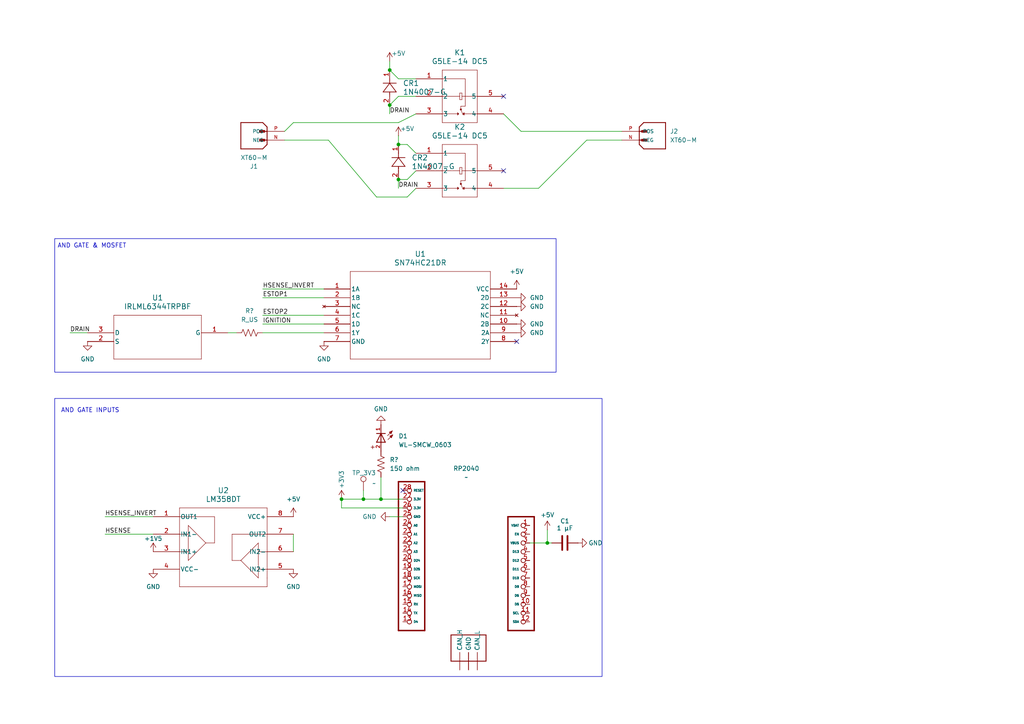
<source format=kicad_sch>
(kicad_sch (version 20231120) (generator "eeschema") (generator_version "8.0")
  (paper "A4")
  (title_block (title "Safety board"))
  (lib_symbols
    (symbol "Connector:TestPoint" (pin_numbers hide) (pin_names (offset 0.762) hide)
      (property "Reference" "TP" (at 0 6.858 0))
      (property "Value" "TestPoint" (at 0 5.08 0))
      (symbol "TestPoint_0_1"
        (circle (center 0 3.302) (radius 0.762))
      )
      (symbol "TestPoint_1_1"
        (pin passive line (at 0 0 90) (length 2.54) (name "1") (number "1"))
      )
    )
    (symbol "Device:C" (pin_numbers hide) (pin_names (offset 0.254))
      (property "Reference" "C" (at 0.635 2.54 0))
      (property "Value" "C" (at 0.635 -2.54 0))
      (symbol "C_0_1"
        (polyline (pts (xy -2.032 -0.762) (xy 2.032 -0.762)) (stroke (width 0.508)))
        (polyline (pts (xy -2.032 0.762) (xy 2.032 0.762)) (stroke (width 0.508)))
      )
      (symbol "C_1_1"
        (pin passive line (at 0 3.81 270) (length 2.794) (name "~") (number "1"))
        (pin passive line (at 0 -3.81 90) (length 2.794) (name "~") (number "2"))
      )
    )
    (symbol "Device:R_US" (pin_numbers hide) (pin_names (offset 0))
      (property "Reference" "R" (at 2.54 0 90))
      (property "Value" "R_US" (at -2.54 0 90))
      (symbol "R_US_0_1"
        (polyline (pts (xy 0 -2.286) (xy 0 -2.54)))
        (polyline (pts (xy 0 2.286) (xy 0 2.54)))
        (polyline (pts (xy 0 -0.762) (xy 1.016 -1.143) (xy 0 -1.524) (xy -1.016 -1.905) (xy 0 -2.286)))
        (polyline (pts (xy 0 0.762) (xy 1.016 0.381) (xy 0 0) (xy -1.016 -0.381) (xy 0 -0.762)))
        (polyline (pts (xy 0 2.286) (xy 1.016 1.905) (xy 0 1.524) (xy -1.016 1.143) (xy 0 0.762)))
      )
      (symbol "R_US_1_1"
        (pin passive line (at 0 3.81 270) (length 1.27) (name "~") (number "1"))
        (pin passive line (at 0 -3.81 90) (length 1.27) (name "~") (number "2"))
      )
    )
    (symbol "SMV_Custom:1N4007-G" (pin_names (offset 0.254))
      (property "Reference" "CR" (at 5.08 4.445 0))
      (property "Value" "1N4007-G" (at 5.08 -3.81 0))
      (symbol "1N4007-G_1_1"
        (polyline (pts (xy 2.54 0) (xy 3.4798 0)) (stroke (width 0.2032)))
        (polyline (pts (xy 3.175 0) (xy 3.81 0)) (stroke (width 0.2032)))
        (polyline (pts (xy 3.81 -1.905) (xy 6.35 0)) (stroke (width 0.2032)))
        (polyline (pts (xy 3.81 1.905) (xy 3.81 -1.905)) (stroke (width 0.2032)))
        (polyline (pts (xy 6.35 -1.905) (xy 6.35 1.905)) (stroke (width 0.2032)))
        (polyline (pts (xy 6.35 0) (xy 3.81 1.905)) (stroke (width 0.2032)))
        (polyline (pts (xy 6.35 0) (xy 7.62 0)) (stroke (width 0.2032)))
        (pin unspecified line (at 10.16 0 180) (length 2.54) (name "") (number "1"))
        (pin unspecified line (at 0 0 0) (length 2.54) (name "") (number "2"))
      )
      (symbol "1N4007-G_1_2"
        (polyline (pts (xy -1.905 3.81) (xy 1.905 3.81)) (stroke (width 0.2032)))
        (polyline (pts (xy 0 2.54) (xy 0 3.4798)) (stroke (width 0.2032)))
        (polyline (pts (xy 0 3.175) (xy 0 3.81)) (stroke (width 0.2032)))
        (polyline (pts (xy 0 6.35) (xy -1.905 3.81)) (stroke (width 0.2032)))
        (polyline (pts (xy 0 6.35) (xy 0 7.62)) (stroke (width 0.2032)))
        (polyline (pts (xy 1.905 3.81) (xy 0 6.35)) (stroke (width 0.2032)))
        (polyline (pts (xy 1.905 6.35) (xy -1.905 6.35)) (stroke (width 0.2032)))
        (pin unspecified line (at 0 10.16 270) (length 2.54) (name "") (number "1"))
        (pin unspecified line (at 0 0 90) (length 2.54) (name "") (number "2"))
      )
    )
    (symbol "SMV_Custom:G5LE-14_DC5" (pin_names (offset 0.254))
      (property "Reference" "K" (at 12.7 7.62 0))
      (property "Value" "G5LE-14 DC5" (at 20.32 5.08 0))
      (symbol "G5LE-14_DC5_0_1"
        (polyline (pts (xy 7.62 -12.7) (xy 17.78 -12.7)) (stroke (width 0.127)))
        (polyline (pts (xy 7.62 -10.16) (xy 12.065 -10.16)) (stroke (width 0.127)))
        (polyline (pts (xy 7.62 -5.08) (xy 12.7 -5.08)) (stroke (width 0.127)))
        (polyline (pts (xy 7.62 0) (xy 14.2875 0)) (stroke (width 0.127)))
        (polyline (pts (xy 7.62 2.54) (xy 7.62 -12.7)) (stroke (width 0.127)))
        (polyline (pts (xy 12.065 -10.4775) (xy 12.3825 -10.16)) (stroke (width 0.127)))
        (polyline (pts (xy 12.065 -9.8425) (xy 12.065 -10.4775)) (stroke (width 0.127)))
        (polyline (pts (xy 12.3825 -10.16) (xy 12.065 -9.8425)) (stroke (width 0.127)))
        (polyline (pts (xy 12.7 -6.0325) (xy 13.335 -6.0325)) (stroke (width 0.127)))
        (polyline (pts (xy 12.7 -4.1275) (xy 12.7 -6.0325)) (stroke (width 0.127)))
        (polyline (pts (xy 12.7 -4.1275) (xy 13.335 -4.1275)) (stroke (width 0.127)))
        (polyline (pts (xy 13.0175 -8.89) (xy 13.0175 -7.9375)) (stroke (width 0.127)))
        (polyline (pts (xy 13.0175 -7.9375) (xy 14.2875 -7.9375)) (stroke (width 0.127)))
        (polyline (pts (xy 13.335 -5.08) (xy 17.78 -5.08)) (stroke (width 0.127)))
        (polyline (pts (xy 13.335 -4.1275) (xy 13.335 -6.0325)) (stroke (width 0.127)))
        (polyline (pts (xy 13.6525 -10.4775) (xy 13.0175 -8.89)) (stroke (width 0.127)))
        (polyline (pts (xy 13.6525 -10.16) (xy 13.97 -10.4775)) (stroke (width 0.127)))
        (polyline (pts (xy 13.6525 -10.16) (xy 13.97 -9.8425)) (stroke (width 0.127)))
        (polyline (pts (xy 13.6525 -10.16) (xy 17.78 -10.16)) (stroke (width 0.127)))
        (polyline (pts (xy 13.97 -9.8425) (xy 13.97 -10.4775)) (stroke (width 0.127)))
        (polyline (pts (xy 14.2875 0) (xy 14.2875 -7.9375)) (stroke (width 0.127)))
        (polyline (pts (xy 17.78 2.54) (xy 7.62 2.54)) (stroke (width 0.127)))
        (polyline (pts (xy 17.78 2.54) (xy 17.78 -12.7)) (stroke (width 0.127)))
        (polyline (pts (xy 12.065 -9.8425) (xy 12.3825 -10.16) (xy 12.065 -10.4775)) (fill (type outline)))
        (polyline (pts (xy 13.6525 -10.16) (xy 13.97 -9.8425) (xy 13.97 -10.4775)) (fill (type outline)))
        (circle (center 13.0175 -8.89) (radius 0.1524) (stroke (width 0.254)))
        (pin unspecified line (at 0 0 0) (length 7.62) (name "1") (number "1"))
        (pin unspecified line (at 0 -5.08 0) (length 7.62) (name "2") (number "2"))
        (pin unspecified line (at 0 -10.16 0) (length 7.62) (name "3") (number "3"))
        (pin unspecified line (at 25.4 -10.16 180) (length 7.62) (name "4") (number "4"))
        (pin unspecified line (at 25.4 -5.08 180) (length 7.62) (name "5") (number "5"))
      )
    )
    (symbol "SMV_Custom:IRLML6344TRPBF" (pin_names (offset 0.254))
      (property "Reference" "U" (at 20.32 10.16 0))
      (property "Value" "IRLML6344TRPBF" (at 20.32 7.62 0))
      (symbol "IRLML6344TRPBF_0_1"
        (polyline (pts (xy 7.62 -7.62) (xy 33.02 -7.62)) (stroke (width 0.127)))
        (polyline (pts (xy 7.62 5.08) (xy 7.62 -7.62)) (stroke (width 0.127)))
        (polyline (pts (xy 33.02 -7.62) (xy 33.02 5.08)) (stroke (width 0.127)))
        (polyline (pts (xy 33.02 5.08) (xy 7.62 5.08)) (stroke (width 0.127)))
        (pin unspecified line (at 0 0 0) (length 7.62) (name "G") (number "1"))
        (pin unspecified line (at 40.64 -2.54 180) (length 7.62) (name "S") (number "2"))
        (pin unspecified line (at 40.64 0 180) (length 7.62) (name "D") (number "3"))
      )
    )
    (symbol "SMV_Custom:LM358DT" (pin_names (offset 0.254))
      (property "Reference" "U" (at 20.32 7.62 0))
      (property "Value" "LM358DT" (at 20.32 5.08 0))
      (symbol "LM358DT_0_1"
        (polyline (pts (xy 7.62 -20.32) (xy 10.16 -20.32)) (stroke (width 0.127)))
        (polyline (pts (xy 7.62 0) (xy 17.78 0)) (stroke (width 0.127)))
        (polyline (pts (xy 7.62 2.54) (xy 7.62 -20.32)) (stroke (width 0.127)))
        (polyline (pts (xy 10.16 -20.32) (xy 33.02 -20.32)) (stroke (width 0.127)))
        (polyline (pts (xy 10.16 -12.7) (xy 15.24 -7.62)) (stroke (width 0.127)))
        (polyline (pts (xy 10.16 -10.16) (xy 7.62 -10.16)) (stroke (width 0.127)))
        (polyline (pts (xy 10.16 -5.08) (xy 7.62 -5.08)) (stroke (width 0.127)))
        (polyline (pts (xy 10.16 -2.54) (xy 10.16 -12.7)) (stroke (width 0.127)))
        (polyline (pts (xy 15.24 -7.62) (xy 10.16 -2.54)) (stroke (width 0.127)))
        (polyline (pts (xy 17.78 -7.62) (xy 15.24 -7.62)) (stroke (width 0.127)))
        (polyline (pts (xy 17.78 0) (xy 17.78 -7.62)) (stroke (width 0.127)))
        (polyline (pts (xy 22.86 -12.7) (xy 22.86 -5.08)) (stroke (width 0.127)))
        (polyline (pts (xy 22.86 -5.08) (xy 33.02 -5.08)) (stroke (width 0.127)))
        (polyline (pts (xy 25.4 -12.7) (xy 22.86 -12.7)) (stroke (width 0.127)))
        (polyline (pts (xy 25.4 -12.7) (xy 30.48 -17.78)) (stroke (width 0.127)))
        (polyline (pts (xy 30.48 -17.78) (xy 30.48 -7.62)) (stroke (width 0.127)))
        (polyline (pts (xy 30.48 -7.62) (xy 25.4 -12.7)) (stroke (width 0.127)))
        (polyline (pts (xy 33.02 -17.78) (xy 33.02 -20.32)) (stroke (width 0.127)))
        (polyline (pts (xy 33.02 -17.78) (xy 33.02 2.54)) (stroke (width 0.127)))
        (polyline (pts (xy 33.02 -15.24) (xy 30.48 -15.24)) (stroke (width 0.127)))
        (polyline (pts (xy 33.02 -10.16) (xy 30.48 -10.16)) (stroke (width 0.127)))
        (polyline (pts (xy 33.02 2.54) (xy 7.62 2.54)) (stroke (width 0.127)))
        (pin output line (at 0 0 0) (length 7.62) (name "OUT1") (number "1"))
        (pin input line (at 0 -5.08 0) (length 7.62) (name "IN1-") (number "2"))
        (pin input line (at 0 -10.16 0) (length 7.62) (name "IN1+") (number "3"))
        (pin power_in line (at 0 -15.24 0) (length 7.62) (name "VCC-") (number "4"))
        (pin input line (at 40.64 -15.24 180) (length 7.62) (name "IN2+") (number "5"))
        (pin input line (at 40.64 -10.16 180) (length 7.62) (name "IN2-") (number "6"))
        (pin output line (at 40.64 -5.08 180) (length 7.62) (name "OUT2") (number "7"))
        (pin power_in line (at 40.64 0 180) (length 7.62) (name "VCC+") (number "8"))
      )
    )
    (symbol "SMV_Custom:RP2040"
      (property "Reference" "RP" (at 0 39.37 0))
      (symbol "RP2040_1_0"
        (polyline (pts (xy -20.32 -8.89) (xy -20.32 34.29)) (stroke (width 0.4064)))
        (polyline (pts (xy -20.32 34.29) (xy -12.7 34.29)) (stroke (width 0.4064)))
        (polyline (pts (xy -12.7 -8.89) (xy -20.32 -8.89)) (stroke (width 0.4064)))
        (polyline (pts (xy -12.7 34.29) (xy -12.7 -8.89)) (stroke (width 0.4064)))
        (polyline (pts (xy -5.08 -17.78) (xy 5.08 -17.78)) (stroke (width 0.254)))
        (polyline (pts (xy -5.08 -10.16) (xy -5.08 -17.78)) (stroke (width 0.254)))
        (polyline (pts (xy 5.08 -17.78) (xy 5.08 -10.16)) (stroke (width 0.254)))
        (polyline (pts (xy 5.08 -10.16) (xy -5.08 -10.16)) (stroke (width 0.254)))
        (polyline (pts (xy 11.43 -8.89) (xy 11.43 24.13)) (stroke (width 0.4064)))
        (polyline (pts (xy 11.43 24.13) (xy 19.05 24.13)) (stroke (width 0.4064)))
        (polyline (pts (xy 19.05 -8.89) (xy 11.43 -8.89)) (stroke (width 0.4064)))
        (polyline (pts (xy 19.05 24.13) (xy 19.05 -8.89)) (stroke (width 0.4064)))
        (pin passive inverted (at 17.78 21.59 180) (length 2.54) (name "VBAT") (number "1"))
        (pin passive inverted (at 17.78 -1.27 180) (length 2.54) (name "D5") (number "10"))
        (pin passive inverted (at 17.78 -3.81 180) (length 2.54) (name "SCL") (number "11"))
        (pin passive inverted (at 17.78 -6.35 180) (length 2.54) (name "SDA") (number "12"))
        (pin passive inverted (at -19.05 -6.35 0) (length 2.54) (name "D4") (number "13"))
        (pin passive inverted (at -19.05 -3.81 0) (length 2.54) (name "TX") (number "14"))
        (pin passive inverted (at -19.05 -1.27 0) (length 2.54) (name "RX") (number "15"))
        (pin passive inverted (at -19.05 1.27 0) (length 2.54) (name "MISO") (number "16"))
        (pin passive inverted (at -19.05 3.81 0) (length 2.54) (name "MOSI") (number "17"))
        (pin passive inverted (at -19.05 6.35 0) (length 2.54) (name "SCK") (number "18"))
        (pin passive inverted (at -19.05 8.89 0) (length 2.54) (name "D25") (number "19"))
        (pin passive inverted (at 17.78 19.05 180) (length 2.54) (name "EN") (number "2"))
        (pin passive inverted (at -19.05 11.43 0) (length 2.54) (name "D24") (number "20"))
        (pin passive inverted (at -19.05 13.97 0) (length 2.54) (name "A3") (number "21"))
        (pin passive inverted (at -19.05 16.51 0) (length 2.54) (name "A2") (number "22"))
        (pin passive inverted (at -19.05 19.05 0) (length 2.54) (name "A1") (number "23"))
        (pin passive inverted (at -19.05 21.59 0) (length 2.54) (name "A0") (number "24"))
        (pin passive inverted (at -19.05 24.13 0) (length 2.54) (name "GND") (number "25"))
        (pin passive inverted (at -19.05 26.67 0) (length 2.54) (name "3.3V") (number "26"))
        (pin passive inverted (at -19.05 29.21 0) (length 2.54) (name "3.3V") (number "27"))
        (pin passive inverted (at -19.05 31.75 0) (length 2.54) (name "RESET") (number "28"))
        (pin passive line (at 2.54 -20.32 90) (length 5.08) (name "CAN_L") (number "29"))
        (pin passive inverted (at 17.78 16.51 180) (length 2.54) (name "VBUS") (number "3"))
        (pin passive line (at 0 -20.32 90) (length 5.08) (name "GND") (number "30"))
        (pin passive line (at -2.54 -20.32 90) (length 5.08) (name "CAN_H") (number "31"))
        (pin passive inverted (at 17.78 13.97 180) (length 2.54) (name "D13") (number "4"))
        (pin passive inverted (at 17.78 11.43 180) (length 2.54) (name "D12") (number "5"))
        (pin passive inverted (at 17.78 8.89 180) (length 2.54) (name "D11") (number "6"))
        (pin passive inverted (at 17.78 6.35 180) (length 2.54) (name "D10") (number "7"))
        (pin passive inverted (at 17.78 3.81 180) (length 2.54) (name "D9") (number "8"))
        (pin passive inverted (at 17.78 1.27 180) (length 2.54) (name "D6") (number "9"))
      )
    )
    (symbol "SMV_Custom:SN74HC21DR" (pin_names (offset 0.254))
      (property "Reference" "U" (at 27.94 10.16 0))
      (property "Value" "SN74HC21DR" (at 27.94 7.62 0))
      (symbol "SN74HC21DR_0_1"
        (polyline (pts (xy 7.62 -20.32) (xy 48.26 -20.32)) (stroke (width 0.127)))
        (polyline (pts (xy 7.62 5.08) (xy 7.62 -20.32)) (stroke (width 0.127)))
        (polyline (pts (xy 48.26 -20.32) (xy 48.26 5.08)) (stroke (width 0.127)))
        (polyline (pts (xy 48.26 5.08) (xy 7.62 5.08)) (stroke (width 0.127)))
        (pin input line (at 0 0 0) (length 7.62) (name "1A") (number "1"))
        (pin input line (at 55.88 -10.16 180) (length 7.62) (name "2B") (number "10"))
        (pin no_connect line (at 55.88 -7.62 180) (length 7.62) (name "NC") (number "11"))
        (pin input line (at 55.88 -5.08 180) (length 7.62) (name "2C") (number "12"))
        (pin input line (at 55.88 -2.54 180) (length 7.62) (name "2D") (number "13"))
        (pin power_in line (at 55.88 0 180) (length 7.62) (name "VCC") (number "14"))
        (pin input line (at 0 -2.54 0) (length 7.62) (name "1B") (number "2"))
        (pin no_connect line (at 0 -5.08 0) (length 7.62) (name "NC") (number "3"))
        (pin input line (at 0 -7.62 0) (length 7.62) (name "1C") (number "4"))
        (pin input line (at 0 -10.16 0) (length 7.62) (name "1D") (number "5"))
        (pin output line (at 0 -12.7 0) (length 7.62) (name "1Y") (number "6"))
        (pin power_in line (at 0 -15.24 0) (length 7.62) (name "GND") (number "7"))
        (pin output line (at 55.88 -15.24 180) (length 7.62) (name "2Y") (number "8"))
        (pin input line (at 55.88 -12.7 180) (length 7.62) (name "2A") (number "9"))
      )
    )
    (symbol "SMV_Custom:WL-SMCW_0603" (pin_names (offset 1.016))
      (property "Reference" "D" (at -1.988 3.972 0))
      (property "Value" "WL-SMCW_0603" (at -2.628 -3.928 0))
      (symbol "WL-SMCW_0603_0_0"
        (polyline (pts (xy 0 -1.27) (xy 0 0)) (stroke (width 0.254)))
        (polyline (pts (xy 0 0) (xy 0 1.27)) (stroke (width 0.254)))
        (polyline (pts (xy 0 0) (xy 2.54 0)) (stroke (width 0.254)))
        (polyline (pts (xy 0 0) (xy 2.54 1.27)) (stroke (width 0.254)))
        (polyline (pts (xy 0.635 1.905) (xy -0.762 3.302)) (stroke (width 0.1524)))
        (polyline (pts (xy 1.778 2.032) (xy 0.381 3.429)) (stroke (width 0.1524)))
        (polyline (pts (xy 2.54 -1.27) (xy 0 0)) (stroke (width 0.254)))
        (polyline (pts (xy 2.54 -1.27) (xy 2.54 0)) (stroke (width 0.254)))
        (polyline (pts (xy 2.54 0) (xy 2.54 1.27)) (stroke (width 0.254)))
        (polyline (pts (xy -0.762 3.302) (xy 0.127 2.921) (xy -0.381 2.413) (xy -0.762 3.302)) (stroke (width 0.1524)) (fill (type outline)))
        (polyline (pts (xy 0.381 3.429) (xy 1.27 3.048) (xy 0.762 2.54) (xy 0.381 3.429)) (stroke (width 0.1524)) (fill (type outline)))
        (text "+" (at 3.08 -1.74 0) (effects (font (size 1.27 1.27)) (justify left bottom)))
        (pin passive line (at -2.54 0 0) (length 2.54) (name "~") (number "1"))
        (pin passive line (at 5.08 0 180) (length 2.54) (name "~") (number "2"))
      )
    )
    (symbol "SMV_Custom:XT60-M" (pin_names (offset 1.016))
      (property "Reference" "J" (at 0 6.35 0))
      (property "Value" "XT60-M" (at 0 -5.08 0))
      (symbol "XT60-M_0_0"
        (polyline (pts (xy 0 -1.27) (xy 1.27 -2.54)) (stroke (width 0.254)))
        (polyline (pts (xy 0 0) (xy 1.905 0)) (stroke (width 0.254)))
        (polyline (pts (xy 0 2.54) (xy 0 -1.27)) (stroke (width 0.254)))
        (polyline (pts (xy 0 2.54) (xy 1.905 2.54)) (stroke (width 0.254)))
        (polyline (pts (xy 0 3.81) (xy 0 2.54)) (stroke (width 0.254)))
        (polyline (pts (xy 0 3.81) (xy 1.27 5.08)) (stroke (width 0.254)))
        (polyline (pts (xy 1.27 -2.54) (xy 7.62 -2.54)) (stroke (width 0.254)))
        (polyline (pts (xy 7.62 -2.54) (xy 7.62 5.08)) (stroke (width 0.254)))
        (polyline (pts (xy 7.62 5.08) (xy 1.27 5.08)) (stroke (width 0.254)))
        (rectangle (start 0.635 -0.3175) (end 2.2225 0.3175) (stroke (width 0.1)) (fill (type outline)))
        (rectangle (start 0.635 2.2225) (end 2.2225 2.8575) (stroke (width 0.1)) (fill (type outline)))
        (pin passive line (at -5.08 0 0) (length 5.08) (name "NEG") (number "N"))
        (pin passive line (at -5.08 2.54 0) (length 5.08) (name "POS") (number "P"))
      )
    )
    (symbol "power:+1V5" (power) (pin_numbers hide) (pin_names (offset 0) hide)
      (property "Value" "+1V5" (at 0 3.556 0))
      (symbol "+1V5_0_1"
        (polyline (pts (xy -0.762 1.27) (xy 0 2.54)))
        (polyline (pts (xy 0 0) (xy 0 2.54)))
        (polyline (pts (xy 0 2.54) (xy 0.762 1.27)))
      )
      (symbol "+1V5_1_1"
        (pin power_in line (at 0 0 90) (length 0) (name "~") (number "1"))
      )
    )
    (symbol "power:+3V3" (power) (pin_numbers hide) (pin_names (offset 0) hide)
      (property "Value" "+3V3" (at 0 3.556 0))
      (symbol "+3V3_0_1"
        (polyline (pts (xy -0.762 1.27) (xy 0 2.54)))
        (polyline (pts (xy 0 0) (xy 0 2.54)))
        (polyline (pts (xy 0 2.54) (xy 0.762 1.27)))
      )
      (symbol "+3V3_1_1"
        (pin power_in line (at 0 0 90) (length 0) (name "~") (number "1"))
      )
    )
    (symbol "power:+5V" (power) (pin_numbers hide) (pin_names (offset 0) hide)
      (property "Value" "+5V" (at 0 3.556 0))
      (symbol "+5V_0_1"
        (polyline (pts (xy -0.762 1.27) (xy 0 2.54)))
        (polyline (pts (xy 0 0) (xy 0 2.54)))
        (polyline (pts (xy 0 2.54) (xy 0.762 1.27)))
      )
      (symbol "+5V_1_1"
        (pin power_in line (at 0 0 90) (length 0) (name "~") (number "1"))
      )
    )
    (symbol "power:GND" (power) (pin_numbers hide) (pin_names (offset 0) hide)
      (property "Value" "GND" (at 0 -3.81 0))
      (symbol "GND_0_1"
        (polyline (pts (xy 0 0) (xy 0 -1.27) (xy 1.27 -1.27) (xy 0 -2.54) (xy -1.27 -1.27) (xy 0 -1.27)))
      )
      (symbol "GND_1_1"
        (pin power_in line (at 0 0 270) (length 0) (name "~") (number "1"))
      )
    )
  )
  (junction (at 113.03 20.32))
  (junction (at 115.57 41.91))
  (junction (at 110.49 144.78))
  (junction (at 113.03 30.48))
  (junction (at 115.57 52.07))
  (junction (at 158.75 157.48))
  (junction (at 99.06 144.78))
  (junction (at 105.41 144.78))
  (no_connect (at 116.84 142.24))
  (no_connect (at 146.05 49.53))
  (no_connect (at 146.05 27.94))
  (no_connect (at 149.86 99.06))
  (wire (pts (xy 120.65 27.94) (xy 115.57 27.94)))
  (wire (pts (xy 170.18 40.64) (xy 180.34 40.64)))
  (wire (pts (xy 76.2 96.52) (xy 93.98 96.52)))
  (wire (pts (xy 30.48 149.86) (xy 44.45 149.86)))
  (wire (pts (xy 158.75 153.67) (xy 158.75 157.48)))
  (wire (pts (xy 153.67 157.48) (xy 158.75 157.48)))
  (wire (pts (xy 115.57 27.94) (xy 113.03 30.48)))
  (wire (pts (xy 99.06 144.78) (xy 99.06 147.32)))
  (wire (pts (xy 116.84 144.78) (xy 110.49 144.78)))
  (wire (pts (xy 113.03 17.78) (xy 113.03 20.32)))
  (wire (pts (xy 105.41 142.24) (xy 105.41 144.78)))
  (wire (pts (xy 151.13 38.1) (xy 180.34 38.1)))
  (wire (pts (xy 115.57 52.07) (xy 118.11 52.07)))
  (wire (pts (xy 118.11 57.15) (xy 120.65 54.61)))
  (wire (pts (xy 113.03 30.48) (xy 113.03 33.02)))
  (wire (pts (xy 115.57 52.07) (xy 115.57 54.61)))
  (wire (pts (xy 120.65 44.45) (xy 118.11 41.91)))
  (wire (pts (xy 120.65 22.86) (xy 115.57 22.86)))
  (wire (pts (xy 76.2 93.98) (xy 93.98 93.98)))
  (wire (pts (xy 146.05 54.61) (xy 156.21 54.61)))
  (wire (pts (xy 30.48 154.94) (xy 44.45 154.94)))
  (wire (pts (xy 113.03 149.86) (xy 116.84 149.86)))
  (wire (pts (xy 76.2 86.36) (xy 93.98 86.36)))
  (wire (pts (xy 109.22 57.15) (xy 118.11 57.15)))
  (wire (pts (xy 146.05 33.02) (xy 151.13 38.1)))
  (wire (pts (xy 99.06 147.32) (xy 116.84 147.32)))
  (wire (pts (xy 110.49 144.78) (xy 105.41 144.78)))
  (wire (pts (xy 85.09 154.94) (xy 85.09 160.02)))
  (wire (pts (xy 66.04 96.52) (xy 68.58 96.52)))
  (wire (pts (xy 115.57 41.91) (xy 118.11 41.91)))
  (wire (pts (xy 82.55 40.64) (xy 95.25 40.64)))
  (wire (pts (xy 85.09 35.56) (xy 115.57 35.56)))
  (wire (pts (xy 20.32 96.52) (xy 25.4 96.52)))
  (wire (pts (xy 76.2 83.82) (xy 93.98 83.82)))
  (wire (pts (xy 160.02 157.48) (xy 158.75 157.48)))
  (wire (pts (xy 95.25 40.64) (xy 109.22 57.15)))
  (wire (pts (xy 156.21 54.61) (xy 170.18 40.64)))
  (wire (pts (xy 115.57 39.37) (xy 115.57 41.91)))
  (wire (pts (xy 76.2 91.44) (xy 93.98 91.44)))
  (wire (pts (xy 115.57 35.56) (xy 120.65 33.02)))
  (wire (pts (xy 99.06 144.78) (xy 105.41 144.78)))
  (wire (pts (xy 110.49 138.43) (xy 110.49 144.78)))
  (wire (pts (xy 82.55 38.1) (xy 85.09 35.56)))
  (wire (pts (xy 115.57 22.86) (xy 113.03 20.32)))
  (wire (pts (xy 118.11 52.07) (xy 120.65 49.53)))
  (rectangle (start 15.875 69.215) (end 161.29 107.95))
  (rectangle (start 15.875 115.57) (end 174.625 196.215))
  (text "AND GATE INPUTS\n" (at 26.162 119.126 0) (effects (font (size 1.27 1.27))))
  (text "AND GATE & MOSFET\n" (at 26.67 71.374 0) (effects (font (size 1.27 1.27))))
  (label "DRAIN" (at 20.32 96.52 0))
  (label "HSENSE" (at 30.48 154.94 0))
  (label "HSENSE_INVERT" (at 30.48 149.86 0))
  (label "HSENSE_INVERT" (at 76.2 83.82 0))
  (label "IGNITION" (at 76.2 93.98 0))
  (label "ESTOP2" (at 76.2 91.44 0))
  (label "DRAIN" (at 115.57 54.61 0))
  (label "ESTOP1" (at 76.2 86.36 0))
  (label "DRAIN" (at 113.03 33.02 0))
  (symbol (lib_id "SMV_Custom:G5LE-14_DC5") (at 120.65 22.86 0) (unit 1)
    (property "Reference" "K1" (at 133.35 15.24 0) (effects (font (size 1.524 1.524))))
    (property "Value" "G5LE-14 DC5" (at 133.35 17.78 0) (effects (font (size 1.524 1.524))))
    (property "Footprint" "SMV_ICs:RELAY_G5LE-1 DC5_OMR" (effects (hide yes)))
    (property "Datasheet" "G5LE-14 DC5" (effects (hide yes)))
  )
  (symbol (lib_id "SMV_Custom:SN74HC21DR") (at 93.98 83.82 0) (unit 1)
    (property "Reference" "U1" (at 121.92 73.66 0) (effects (font (size 1.524 1.524))))
    (property "Value" "SN74HC21DR" (at 121.92 76.2 0) (effects (font (size 1.524 1.524))))
    (property "Footprint" "D14" (effects (hide yes)))
    (property "Datasheet" "SN74HC21DR" (effects (hide yes)))
  )
  (symbol (lib_id "SMV_Custom:XT60-M") (at 185.42 40.64 0) (unit 1)
    (property "Reference" "J2" (at 194.31 38.0999 0) (effects (justify left)))
    (property "Value" "XT60-M" (at 194.31 40.6399 0) (effects (justify left)))
    (property "Footprint" "SMV_Connectors:AMASS_XT60-M" (effects (hide yes)))
    (property "MF" "AMASS" (effects (hide yes)))
    (property "MAXIMUM_PACKAGE_HEIGHT" "16.00 mm" (effects (hide yes)))
    (property "Package" "Package" (effects (hide yes)))
    (property "Price" "None" (effects (hide yes)))
    (property "Check_prices" "https://www.snapeda.com/parts/XT60-M/AMASS/view-part/?ref=eda" (effects (hide yes)))
    (property "STANDARD" "IPC 7351B" (effects (hide yes)))
    (property "PARTREV" "V1.2" (effects (hide yes)))
    (property "SnapEDA_Link" "https://www.snapeda.com/parts/XT60-M/AMASS/view-part/?ref=snap" (effects (hide yes)))
    (property "MP" "XT60-M" (effects (hide yes)))
    (property "Description_1" "\n                        \n                            Plug; DC supply; XT60; male; PIN: 2; for cable; soldered; 30A; 500V\n                        \n" (effects (hide yes)))
    (property "Availability" "Not in stock" (effects (hide yes)))
    (property "MANUFACTURER" "AMASS" (effects (hide yes)))
  )
  (symbol (lib_id "power:+5V") (at 149.86 83.82 0) (unit 1)
    (property "Reference" "#PWR05" (effects (hide yes)))
    (property "Value" "+5V" (at 149.86 78.74 0))
    (property "Description" "Power symbol creates a global label with name \"+5V\"" (effects (hide yes)))
  )
  (symbol (lib_id "power:GND") (at 149.86 96.52 90) (unit 1)
    (property "Reference" "#PWR011" (effects (hide yes)))
    (property "Value" "GND" (at 153.67 96.5199 90) (effects (justify right)))
    (property "Description" "Power symbol creates a global label with name \"GND\" , ground" (effects (hide yes)))
  )
  (symbol (lib_id "SMV_Custom:RP2040") (at 135.89 173.99 0) (unit 1)
    (property "Reference" "RP2040" (at 135.255 135.89 0))
    (property "Value" "~" (at 135.255 138.43 0))
    (property "Footprint" "SMV_Connectors:RP2040" (effects (hide yes)))
  )
  (symbol (lib_id "power:+5V") (at 113.03 17.78 0) (unit 1)
    (property "Reference" "#PWR012" (effects (hide yes)))
    (property "Value" "+5V" (at 115.57 15.494 0))
    (property "Description" "Power symbol creates a global label with name \"+5V\"" (effects (hide yes)))
  )
  (symbol (lib_id "power:GND") (at 149.86 86.36 90) (unit 1)
    (property "Reference" "#PWR06" (effects (hide yes)))
    (property "Value" "GND" (at 153.67 86.3599 90) (effects (justify right)))
    (property "Description" "Power symbol creates a global label with name \"GND\" , ground" (effects (hide yes)))
  )
  (symbol (lib_id "SMV_Custom:IRLML6344TRPBF") (at 66.04 96.52 0) (mirror y) (unit 1)
    (property "Reference" "U1" (at 45.72 86.36 0) (effects (font (size 1.524 1.524))))
    (property "Value" "IRLML6344TRPBF" (at 45.72 88.9 0) (effects (font (size 1.524 1.524))))
    (property "Footprint" "SMV_ICs:IRLML6344TRPBF_INF-L" (effects (hide yes)))
    (property "Datasheet" "IRLML6344TRPBF" (effects (hide yes)))
    (property "Description" "https://www.digikey.com/en/products/detail/infineon-technologies/IRLML6344TRPBF/2538152" (effects (hide yes)))
  )
  (symbol (lib_id "power:GND") (at 85.09 165.1 0) (unit 1)
    (property "Reference" "#PWR01" (effects (hide yes)))
    (property "Value" "GND" (at 85.09 170.18 0))
    (property "Description" "Power symbol creates a global label with name \"GND\" , ground" (effects (hide yes)))
  )
  (symbol (lib_id "Device:R_US") (at 72.39 96.52 90) (unit 1)
    (property "Reference" "R?" (at 72.39 90.17 90))
    (property "Value" "R_US" (at 72.39 92.71 90))
    (property "Description" "Resistor, US symbol" (effects (hide yes)))
  )
  (symbol (lib_id "SMV_Custom:XT60-M") (at 77.47 40.64 0) (mirror y) (unit 1)
    (property "Reference" "J1" (at 73.66 48.26 0))
    (property "Value" "XT60-M" (at 73.66 45.72 0))
    (property "Footprint" "SMV_Connectors:AMASS_XT60-M" (effects (hide yes)))
    (property "MF" "AMASS" (effects (hide yes)))
    (property "MAXIMUM_PACKAGE_HEIGHT" "16.00 mm" (effects (hide yes)))
    (property "Package" "Package" (effects (hide yes)))
    (property "Price" "None" (effects (hide yes)))
    (property "Check_prices" "https://www.snapeda.com/parts/XT60-M/AMASS/view-part/?ref=eda" (effects (hide yes)))
    (property "STANDARD" "IPC 7351B" (effects (hide yes)))
    (property "PARTREV" "V1.2" (effects (hide yes)))
    (property "SnapEDA_Link" "https://www.snapeda.com/parts/XT60-M/AMASS/view-part/?ref=snap" (effects (hide yes)))
    (property "MP" "XT60-M" (effects (hide yes)))
    (property "Description_1" "\n                        \n                            Plug; DC supply; XT60; male; PIN: 2; for cable; soldered; 30A; 500V\n                        \n" (effects (hide yes)))
    (property "Availability" "Not in stock" (effects (hide yes)))
    (property "MANUFACTURER" "AMASS" (effects (hide yes)))
  )
  (symbol (lib_id "SMV_Custom:1N4007-G") (at 113.03 30.48 90) (unit 1)
    (property "Reference" "CR1" (at 116.84 24.1299 90) (effects (font (size 1.524 1.524)) (justify right)))
    (property "Value" "1N4007-G" (at 116.84 26.6699 90) (effects (font (size 1.524 1.524)) (justify right)))
    (property "Footprint" "SMV_Passives:1N4-G" (effects (hide yes)))
    (property "Datasheet" "1N4007-G" (effects (hide yes)))
  )
  (symbol (lib_id "SMV_Custom:1N4007-G") (at 115.57 52.07 90) (unit 1)
    (property "Reference" "CR2" (at 119.38 45.7199 90) (effects (font (size 1.524 1.524)) (justify right)))
    (property "Value" "1N4007-G" (at 119.38 48.2599 90) (effects (font (size 1.524 1.524)) (justify right)))
    (property "Footprint" "SMV_Passives:1N4-G" (effects (hide yes)))
    (property "Datasheet" "1N4007-G" (effects (hide yes)))
  )
  (symbol (lib_id "SMV_Custom:LM358DT") (at 44.45 149.86 0) (unit 1)
    (property "Reference" "U2" (at 64.77 142.24 0) (effects (font (size 1.524 1.524))))
    (property "Value" "LM358DT" (at 64.77 144.78 0) (effects (font (size 1.524 1.524))))
    (property "Footprint" "SO_358DT_STM" (effects (hide yes)))
    (property "Datasheet" "LM358DT" (effects (hide yes)))
  )
  (symbol (lib_id "power:GND") (at 149.86 88.9 90) (unit 1)
    (property "Reference" "#PWR09" (effects (hide yes)))
    (property "Value" "GND" (at 153.67 88.8999 90) (effects (justify right)))
    (property "Description" "Power symbol creates a global label with name \"GND\" , ground" (effects (hide yes)))
  )
  (symbol (lib_id "power:+1V5") (at 44.45 160.02 0) (unit 1)
    (property "Reference" "#PWR02" (effects (hide yes)))
    (property "Value" "+1V5" (at 44.45 156.21 0))
    (property "Description" "Power symbol creates a global label with name \"+1V5\"" (effects (hide yes)))
  )
  (symbol (lib_id "SMV_Custom:G5LE-14_DC5") (at 120.65 44.45 0) (unit 1)
    (property "Reference" "K2" (at 133.35 36.83 0) (effects (font (size 1.524 1.524))))
    (property "Value" "G5LE-14 DC5" (at 133.35 39.37 0) (effects (font (size 1.524 1.524))))
    (property "Footprint" "SMV_ICs:RELAY_G5LE-1 DC5_OMR" (effects (hide yes)))
    (property "Datasheet" "G5LE-14 DC5" (effects (hide yes)))
  )
  (symbol (lib_id "power:GND") (at 113.03 149.86 270) (unit 1)
    (property "Reference" "#PWR018" (effects (hide yes)))
    (property "Value" "GND" (at 109.22 149.8599 90) (effects (justify right)))
    (property "Description" "Power symbol creates a global label with name \"GND\" , ground" (effects (hide yes)))
  )
  (symbol (lib_id "power:GND") (at 93.98 99.06 0) (unit 1)
    (property "Reference" "#PWR08" (effects (hide yes)))
    (property "Value" "GND" (at 93.98 104.14 0))
    (property "Description" "Power symbol creates a global label with name \"GND\" , ground" (effects (hide yes)))
  )
  (symbol (lib_id "Device:R_US") (at 110.49 134.62 0) (unit 1)
    (property "Reference" "R?" (at 113.03 133.3499 0) (effects (justify left)))
    (property "Value" "150 ohm" (at 113.03 135.8899 0) (effects (justify left)))
    (property "Footprint" "SMV_Passives:RESC1608X50N" (effects (hide yes)))
    (property "Description" "CRCW0603150RFKEC1" (effects (hide yes)))
  )
  (symbol (lib_id "power:+5V") (at 115.57 39.37 0) (unit 1)
    (property "Reference" "#PWR013" (effects (hide yes)))
    (property "Value" "+5V" (at 118.11 37.338 0))
    (property "Description" "Power symbol creates a global label with name \"+5V\"" (effects (hide yes)))
  )
  (symbol (lib_id "power:GND") (at 149.86 93.98 90) (unit 1)
    (property "Reference" "#PWR010" (effects (hide yes)))
    (property "Value" "GND" (at 153.67 93.9799 90) (effects (justify right)))
    (property "Description" "Power symbol creates a global label with name \"GND\" , ground" (effects (hide yes)))
  )
  (symbol (lib_id "Connector:TestPoint") (at 105.41 142.24 0) (unit 1)
    (property "Reference" "TP_3V3" (at 102.108 137.16 0) (effects (justify left)))
    (property "Value" "~" (at 107.95 140.208 0) (effects (justify left)))
    (property "Footprint" "TestPoint:TestPoint_Pad_D2.5mm" (effects (hide yes)))
    (property "Description" "test point" (effects (hide yes)))
  )
  (symbol (lib_id "power:+5V") (at 158.75 153.67 0) (unit 1)
    (property "Reference" "#PWR014" (effects (hide yes)))
    (property "Value" "+5V" (at 156.718 149.352 0) (effects (justify left)))
    (property "Description" "Power symbol creates a global label with name \"+5V\"" (effects (hide yes)))
  )
  (symbol (lib_id "power:+5V") (at 85.09 149.86 0) (unit 1)
    (property "Reference" "#PWR04" (effects (hide yes)))
    (property "Value" "+5V" (at 85.09 144.78 0))
    (property "Description" "Power symbol creates a global label with name \"+5V\"" (effects (hide yes)))
  )
  (symbol (lib_id "power:GND") (at 110.49 123.19 0) (mirror x) (unit 1)
    (property "Reference" "#PWR017" (effects (hide yes)))
    (property "Value" "GND" (at 112.522 118.618 0) (effects (justify right)))
    (property "Description" "Power symbol creates a global label with name \"GND\" , ground" (effects (hide yes)))
  )
  (symbol (lib_id "power:GND") (at 167.64 157.48 90) (unit 1)
    (property "Reference" "#PWR015" (effects (hide yes)))
    (property "Value" "GND" (at 172.72 157.48 90))
    (property "Description" "Power symbol creates a global label with name \"GND\" , ground" (effects (hide yes)))
  )
  (symbol (lib_id "Device:C") (at 163.83 157.48 90) (unit 1)
    (property "Reference" "C1" (at 163.83 151.13 90))
    (property "Value" "1 µF" (at 163.83 153.162 90))
    (property "Footprint" "SMV_Passives:CAPC340270_190N_KEM-M" (effects (hide yes)))
    (property "Description" "C1210C105K1RACAUTO2" (effects (hide yes)))
  )
  (symbol (lib_id "power:GND") (at 25.4 99.06 0) (mirror y) (unit 1)
    (property "Reference" "#PWR07" (effects (hide yes)))
    (property "Value" "GND" (at 25.4 104.14 0))
    (property "Description" "Power symbol creates a global label with name \"GND\" , ground" (effects (hide yes)))
  )
  (symbol (lib_id "power:GND") (at 44.45 165.1 0) (unit 1)
    (property "Reference" "#PWR03" (effects (hide yes)))
    (property "Value" "GND" (at 44.45 170.18 0))
    (property "Description" "Power symbol creates a global label with name \"GND\" , ground" (effects (hide yes)))
  )
  (symbol (lib_id "SMV_Custom:WL-SMCW_0603") (at 110.49 125.73 270) (unit 1)
    (property "Reference" "D1" (at 115.57 126.4782 90) (effects (justify left)))
    (property "Value" "WL-SMCW_0603" (at 115.57 129.0182 90) (effects (justify left)))
    (property "Footprint" "SMV_Passives:WL-SMCW_0603(diode)" (effects (hide yes)))
  )
  (symbol (lib_id "power:+3V3") (at 99.06 144.78 0) (unit 1)
    (property "Reference" "#PWR016" (effects (hide yes)))
    (property "Value" "+3V3" (at 99.06 141.732 90) (effects (justify left)))
    (property "Description" "Power symbol creates a global label with name \"+3V3\"" (effects (hide yes)))
  )
)
</source>
